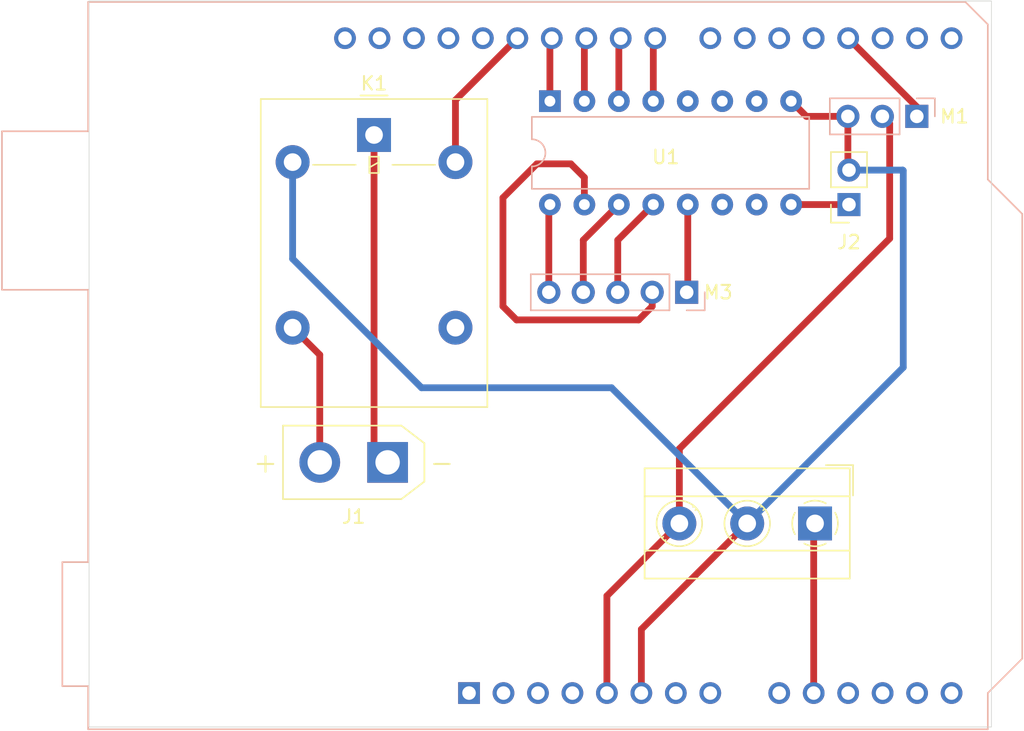
<source format=kicad_pcb>
(kicad_pcb (version 20240108) (generator "pcbnew") (generator_version "8.0")
  (layers (0 "F.Cu" signal) (31 "B.Cu" signal) (34 "B.Paste" user) (35 "F.Paste" user) (36 "B.SilkS" user "B.Silkscreen") (37 "F.SilkS" user "F.Silkscreen") (38 "B.Mask" user) (39 "F.Mask" user) (44 "Edge.Cuts" user))
  (net 0 "")
  (net 7 "/5V")
  (net 20 "/GND")
  (net 25 "Net-(J1-Pin_2)")
  (net 26 "Net-(J1-Pin_1)")
  (net 27 "/B")
  (net 28 "/Y")
  (net 29 "/R")
  (net 30 "/O")
  (net 31 "/P")
  (net 37 "Net-(A1-D11)")
  (net 38 "/Servopwm")
  (net 39 "Net-(A1-D9)")
  (net 40 "Net-(A1-D10)")
  (net 41 "Net-(A1-D8)")
  (net 42 "/5VSTEP")
  (net 43 "/A1")
  (net 46 "/D12")
  (footprint "Connector_AMASS:AMASS_XT30UPB-M_1x02_P5.0mm_Vertical" (layer "F.Cu") (at 135 95 180)
    (property "Reference" "J1" (at 2.5 -4 180) (layer "F.SilkS"))
    (property "Value" "MOTOR Enable Relay" (hide yes))
    (fp_line (start 7.71 -2.71) (end 7.71 2.71) (stroke (width 0.12)) (layer "F.SilkS"))
    (fp_line (start -1.01 2.71) (end 7.71 2.71) (stroke (width 0.12)) (layer "F.SilkS"))
    (fp_line (start -1.01 -2.71) (end 7.71 -2.71) (stroke (width 0.12)) (layer "F.SilkS"))
    (fp_line (start -2.71 1.41) (end -1.01 2.71) (stroke (width 0.12)) (layer "F.SilkS"))
    (fp_line (start -2.71 -1.41) (end -1.01 -2.71) (stroke (width 0.12)) (layer "F.SilkS"))
    (fp_line (start -2.71 -1.41) (end -2.71 1.41) (stroke (width 0.12)) (layer "F.SilkS"))
    (fp_text user "+" (at 9 0 180) (layer "F.SilkS") (effects (font (size 1.5 1.5))))
    (fp_text user "-" (at -4 0 180) (layer "F.SilkS") (effects (font (size 1.5 1.5))))
    (pad "1" thru_hole rect (at 0 0 180) (size 3 3) (drill 1.8) (layers "*.Cu" "*.Mask") (net 26 "Net-(J1-Pin_1)"))
    (pad "2" thru_hole circle (at 5 0 180) (size 3 3) (drill 1.8) (layers "*.Cu" "*.Mask") (net 25 "Net-(J1-Pin_2)"))
  )
  (footprint "TerminalBlock_MetzConnect:TerminalBlock_MetzConnect_Type055_RT01503HDWU_1x03_P5.00mm_Horizontal" (layer "F.Cu") (at 166.5 99.5 180)
    (property "Reference" "J3" (hide yes))
    (property "Value" "Analog Sensor A GND VCC" (hide yes))
    (fp_line (start 12.56 -4.06) (end 12.56 4.06) (stroke (width 0.12)) (layer "F.SilkS"))
    (fp_line (start 11.275 -1.069) (end 11.181 -0.976) (stroke (width 0.12)) (layer "F.SilkS"))
    (fp_line (start 11.07 -1.275) (end 11.011 -1.216) (stroke (width 0.12)) (layer "F.SilkS"))
    (fp_line (start 8.99 1.216) (end 8.931 1.274) (stroke (width 0.12)) (layer "F.SilkS"))
    (fp_line (start 8.82 0.976) (end 8.726 1.069) (stroke (width 0.12)) (layer "F.SilkS"))
    (fp_line (start 6.275 -1.069) (end 6.181 -0.976) (stroke (width 0.12)) (layer "F.SilkS"))
    (fp_line (start 6.07 -1.275) (end 6.011 -1.216) (stroke (width 0.12)) (layer "F.SilkS"))
    (fp_line (start 3.99 1.216) (end 3.931 1.274) (stroke (width 0.12)) (layer "F.SilkS"))
    (fp_line (start 3.82 0.976) (end 3.726 1.069) (stroke (width 0.12)) (layer "F.SilkS"))
    (fp_line (start -2.56 4.06) (end 12.56 4.06) (stroke (width 0.12)) (layer "F.SilkS"))
    (fp_line (start -2.56 2) (end 12.56 2) (stroke (width 0.12)) (layer "F.SilkS"))
    (fp_line (start -2.56 -2) (end 12.56 -2) (stroke (width 0.12)) (layer "F.SilkS"))
    (fp_line (start -2.56 -4.06) (end 12.56 -4.06) (stroke (width 0.12)) (layer "F.SilkS"))
    (fp_line (start -2.56 -4.06) (end -2.56 4.06) (stroke (width 0.12)) (layer "F.SilkS"))
    (fp_line (start -2.8 4.3) (end -0.8 4.3) (stroke (width 0.12)) (layer "F.SilkS"))
    (fp_line (start -2.8 2.06) (end -2.8 4.3) (stroke (width 0.12)) (layer "F.SilkS"))
    (fp_arc (start 1.483953 -0.789089) (mid 1.680708 -0.00005) (end 1.484 0.789) (stroke (width 0.12)) (layer "F.SilkS"))
    (fp_arc (start 0.788712 1.483352) (mid 0.406429 1.630097) (end 0 1.68) (stroke (width 0.12)) (layer "F.SilkS"))
    (fp_arc (start 0.029383 1.68045) (mid -0.392304 1.634281) (end -0.789 1.484) (stroke (width 0.12)) (layer "F.SilkS"))
    (fp_arc (start -0.789089 -1.483953) (mid -0.00005 -1.680708) (end 0.789 -1.484) (stroke (width 0.12)) (layer "F.SilkS"))
    (fp_arc (start -1.483953 0.789089) (mid -1.680708 0.00005) (end -1.484 -0.789) (stroke (width 0.12)) (layer "F.SilkS"))
    (fp_circle (center 10 0) (end 11.68 0) (stroke (width 0.12)) (fill none) (layer "F.SilkS"))
    (fp_circle (center 5 0) (end 6.68 0) (stroke (width 0.12)) (fill none) (layer "F.SilkS"))
    (pad "1" thru_hole rect (at 0 0 180) (size 2.5 2.5) (drill 1.3) (layers "*.Cu" "*.Mask") (net 43 "/A1"))
    (pad "2" thru_hole circle (at 5 0 180) (size 2.5 2.5) (drill 1.3) (layers "*.Cu" "*.Mask") (net 20 "/GND"))
    (pad "3" thru_hole circle (at 10 0 180) (size 2.5 2.5) (drill 1.3) (layers "*.Cu" "*.Mask") (net 7 "/5V"))
  )
  (footprint "Relay_THT:Relay_SPDT_Omron-G5LE-1" (layer "F.Cu") (at 134 70.8725)
    (property "Reference" "K1" (at 0 -3.8 0) (layer "F.SilkS"))
    (property "Value" "G5LE-1" (hide yes))
    (fp_line (start -8.35 -2.65) (end -8.35 20.05) (stroke (width 0.12)) (layer "F.SilkS"))
    (fp_line (start -8.35 20.05) (end 8.35 20.05) (stroke (width 0.12)) (layer "F.SilkS"))
    (fp_line (start -4.5 2.2) (end -1.35 2.2) (stroke (width 0.12)) (layer "F.SilkS"))
    (fp_line (start -1 -2.91) (end 1 -2.91) (stroke (width 0.12)) (layer "F.SilkS"))
    (fp_line (start -0.35 1.6) (end -0.35 2.8) (stroke (width 0.12)) (layer "F.SilkS"))
    (fp_line (start -0.35 2.4) (end 0.35 2) (stroke (width 0.12)) (layer "F.SilkS"))
    (fp_line (start -0.35 2.8) (end 0.35 2.8) (stroke (width 0.12)) (layer "F.SilkS"))
    (fp_line (start 0.35 1.6) (end -0.35 1.6) (stroke (width 0.12)) (layer "F.SilkS"))
    (fp_line (start 0.35 2.8) (end 0.35 1.6) (stroke (width 0.12)) (layer "F.SilkS"))
    (fp_line (start 1.35 2.2) (end 4.5 2.2) (stroke (width 0.12)) (layer "F.SilkS"))
    (fp_line (start 8.35 -2.65) (end -8.35 -2.65) (stroke (width 0.12)) (layer "F.SilkS"))
    (fp_line (start 8.35 20.05) (end 8.35 -2.65) (stroke (width 0.12)) (layer "F.SilkS"))
    (pad "1" thru_hole rect (at 0 0) (size 2.5 2.5) (drill 1.3) (layers "*.Cu" "*.Mask") (net 26 "Net-(J1-Pin_1)"))
    (pad "2" thru_hole oval (at -6 2) (size 2.5 2.5) (drill 1.3) (layers "*.Cu" "*.Mask") (net 20 "/GND"))
    (pad "3" thru_hole oval (at -6 14.2) (size 2.5 2.5) (drill 1.3) (layers "*.Cu" "*.Mask") (net 25 "Net-(J1-Pin_2)"))
    (pad "4" thru_hole oval (at 6 14.2) (size 2.5 2.5) (drill 1.3) (layers "*.Cu" "*.Mask"))
    (pad "5" thru_hole oval (at 6 2) (size 2.5 2.5) (drill 1.3) (layers "*.Cu" "*.Mask") (net 46 "/D12"))
  )
  (footprint "Connector_PinSocket_2.54mm:PinSocket_1x02_P2.54mm_Vertical" (layer "F.Cu") (at 169 76 180)
    (property "Reference" "J2" (at 0 -2.77 180) (layer "F.SilkS"))
    (property "Value" "Conn_01x02_Pin" (hide yes))
    (fp_line (start 1.33 1.27) (end 1.33 3.87) (stroke (width 0.12)) (layer "F.SilkS"))
    (fp_line (start 1.33 -1.33) (end 1.33 0) (stroke (width 0.12)) (layer "F.SilkS"))
    (fp_line (start 0 -1.33) (end 1.33 -1.33) (stroke (width 0.12)) (layer "F.SilkS"))
    (fp_line (start -1.33 3.87) (end 1.33 3.87) (stroke (width 0.12)) (layer "F.SilkS"))
    (fp_line (start -1.33 1.27) (end 1.33 1.27) (stroke (width 0.12)) (layer "F.SilkS"))
    (fp_line (start -1.33 1.27) (end -1.33 3.87) (stroke (width 0.12)) (layer "F.SilkS"))
    (pad "1" thru_hole rect (at 0 0 180) (size 1.7 1.7) (drill 1) (layers "*.Cu" "*.Mask") (net 42 "/5VSTEP"))
    (pad "2" thru_hole oval (at 0 2.54 180) (size 1.7 1.7) (drill 1) (layers "*.Cu" "*.Mask") (net 20 "/GND"))
  )
  (footprint "Connector_PinSocket_2.54mm:PinSocket_1x03_P2.54mm_Vertical" (layer "B.Cu") (at 174 69.5 90)
    (property "Reference" "M1" (at 0 2.77 0) (layer "F.SilkS"))
    (property "Value" "Motor_Servo")
    (fp_line (start 1.33 -6.41) (end -1.33 -6.41) (stroke (width 0.12)) (layer "B.SilkS"))
    (fp_line (start 1.33 -6.41) (end 1.33 -1.27) (stroke (width 0.12)) (layer "B.SilkS"))
    (fp_line (start -1.33 -6.41) (end -1.33 -1.27) (stroke (width 0.12)) (layer "B.SilkS"))
    (fp_line (start 1.33 -1.27) (end -1.33 -1.27) (stroke (width 0.12)) (layer "B.SilkS"))
    (fp_line (start 1.33 0) (end 1.33 1.33) (stroke (width 0.12)) (layer "B.SilkS"))
    (fp_line (start 1.33 1.33) (end 0 1.33) (stroke (width 0.12)) (layer "B.SilkS"))
    (pad "1" thru_hole rect (at 0 0 90) (size 1.7 1.7) (drill 1) (layers "*.Cu" "*.Mask") (net 38 "/Servopwm"))
    (pad "2" thru_hole oval (at 0 -2.54 90) (size 1.7 1.7) (drill 1) (layers "*.Cu" "*.Mask") (net 7 "/5V"))
    (pad "3" thru_hole oval (at 0 -5.08 90) (size 1.7 1.7) (drill 1) (layers "*.Cu" "*.Mask") (net 20 "/GND"))
  )
  (footprint "Connector_PinHeader_2.54mm:PinHeader_1x05_P2.54mm_Vertical" (layer "B.Cu") (at 157.04 82.465 90)
    (property "Reference" "M3" (at 0 2.33 0) (layer "F.SilkS"))
    (property "Value" "Stepper_Motor_unipolar_5pin")
    (fp_line (start 1.33 -11.49) (end -1.33 -11.49) (stroke (width 0.12)) (layer "B.SilkS"))
    (fp_line (start 1.33 -11.49) (end 1.33 -1.27) (stroke (width 0.12)) (layer "B.SilkS"))
    (fp_line (start -1.33 -11.49) (end -1.33 -1.27) (stroke (width 0.12)) (layer "B.SilkS"))
    (fp_line (start 1.33 -1.27) (end -1.33 -1.27) (stroke (width 0.12)) (layer "B.SilkS"))
    (fp_line (start 0 1.33) (end -1.33 1.33) (stroke (width 0.12)) (layer "B.SilkS"))
    (fp_line (start -1.33 1.33) (end -1.33 0) (stroke (width 0.12)) (layer "B.SilkS"))
    (pad "1" thru_hole rect (at 0 0 90) (size 1.7 1.7) (drill 1) (layers "*.Cu" "*.Mask") (net 29 "/R"))
    (pad "2" thru_hole oval (at 0 -2.54 90) (size 1.7 1.7) (drill 1) (layers "*.Cu" "*.Mask") (net 31 "/P"))
    (pad "3" thru_hole oval (at 0 -5.08 90) (size 1.7 1.7) (drill 1) (layers "*.Cu" "*.Mask") (net 30 "/O"))
    (pad "4" thru_hole oval (at 0 -7.62 90) (size 1.7 1.7) (drill 1) (layers "*.Cu" "*.Mask") (net 28 "/Y"))
    (pad "5" thru_hole oval (at 0 -10.16 90) (size 1.7 1.7) (drill 1) (layers "*.Cu" "*.Mask") (net 27 "/B"))
  )
  (footprint "Package_DIP:DIP-16_W7.62mm" (layer "B.Cu") (at 146.96 68.38 -90)
    (property "Reference" "U1" (at 4.12 -8.54 180) (layer "F.SilkS"))
    (property "Value" "ULN2003A" (hide yes))
    (fp_line (start 1.16 1.33) (end 2.81 1.33) (stroke (width 0.12)) (layer "B.SilkS"))
    (fp_line (start 4.81 1.33) (end 6.46 1.33) (stroke (width 0.12)) (layer "B.SilkS"))
    (fp_line (start 6.46 1.33) (end 6.46 -19.11) (stroke (width 0.12)) (layer "B.SilkS"))
    (fp_line (start 1.16 -19.11) (end 1.16 1.33) (stroke (width 0.12)) (layer "B.SilkS"))
    (fp_line (start 6.46 -19.11) (end 1.16 -19.11) (stroke (width 0.12)) (layer "B.SilkS"))
    (fp_arc (start 2.81 1.33) (mid 3.81 0.33) (end 4.81 1.33) (stroke (width 0.12)) (layer "B.SilkS"))
    (pad "1" thru_hole rect (at 0 0 270) (size 1.6 1.6) (drill 0.8) (layers "*.Cu" "*.Mask") (net 37 "Net-(A1-D11)"))
    (pad "2" thru_hole oval (at 0 -2.54 270) (size 1.6 1.6) (drill 0.8) (layers "*.Cu" "*.Mask") (net 40 "Net-(A1-D10)"))
    (pad "3" thru_hole oval (at 0 -5.08 270) (size 1.6 1.6) (drill 0.8) (layers "*.Cu" "*.Mask") (net 39 "Net-(A1-D9)"))
    (pad "4" thru_hole oval (at 0 -7.62 270) (size 1.6 1.6) (drill 0.8) (layers "*.Cu" "*.Mask") (net 41 "Net-(A1-D8)"))
    (pad "5" thru_hole oval (at 0 -10.16 270) (size 1.6 1.6) (drill 0.8) (layers "*.Cu" "*.Mask"))
    (pad "6" thru_hole oval (at 0 -12.7 270) (size 1.6 1.6) (drill 0.8) (layers "*.Cu" "*.Mask"))
    (pad "7" thru_hole oval (at 0 -15.24 270) (size 1.6 1.6) (drill 0.8) (layers "*.Cu" "*.Mask"))
    (pad "8" thru_hole oval (at 0 -17.78 270) (size 1.6 1.6) (drill 0.8) (layers "*.Cu" "*.Mask") (net 20 "/GND"))
    (pad "9" thru_hole oval (at 7.62 -17.78 270) (size 1.6 1.6) (drill 0.8) (layers "*.Cu" "*.Mask") (net 42 "/5VSTEP"))
    (pad "10" thru_hole oval (at 7.62 -15.24 270) (size 1.6 1.6) (drill 0.8) (layers "*.Cu" "*.Mask"))
    (pad "11" thru_hole oval (at 7.62 -12.7 270) (size 1.6 1.6) (drill 0.8) (layers "*.Cu" "*.Mask"))
    (pad "12" thru_hole oval (at 7.62 -10.16 270) (size 1.6 1.6) (drill 0.8) (layers "*.Cu" "*.Mask") (net 29 "/R"))
    (pad "13" thru_hole oval (at 7.62 -7.62 270) (size 1.6 1.6) (drill 0.8) (layers "*.Cu" "*.Mask") (net 30 "/O"))
    (pad "14" thru_hole oval (at 7.62 -5.08 270) (size 1.6 1.6) (drill 0.8) (layers "*.Cu" "*.Mask") (net 28 "/Y"))
    (pad "15" thru_hole oval (at 7.62 -2.54 270) (size 1.6 1.6) (drill 0.8) (layers "*.Cu" "*.Mask") (net 31 "/P"))
    (pad "16" thru_hole oval (at 7.62 0 270) (size 1.6 1.6) (drill 0.8) (layers "*.Cu" "*.Mask") (net 27 "/B"))
  )
  (footprint "Module:Arduino_UNO_R3" (layer "B.Cu") (at 141 112)
    (property "Reference" "A1" (hide yes))
    (property "Value" "Arduino_UNO_R3")
    (fp_line (start -34.42 -41.4) (end -34.42 -29.72) (stroke (width 0.12)) (layer "B.SilkS"))
    (fp_line (start -34.42 -29.72) (end -28.07 -29.72) (stroke (width 0.12)) (layer "B.SilkS"))
    (fp_line (start -29.97 -9.65) (end -29.97 -0.51) (stroke (width 0.12)) (layer "B.SilkS"))
    (fp_line (start -29.97 -0.51) (end -28.07 -0.51) (stroke (width 0.12)) (layer "B.SilkS"))
    (fp_line (start -28.07 -50.93) (end -28.07 -41.4) (stroke (width 0.12)) (layer "B.SilkS"))
    (fp_line (start -28.07 -41.4) (end -34.42 -41.4) (stroke (width 0.12)) (layer "B.SilkS"))
    (fp_line (start -28.07 -29.72) (end -28.07 -9.65) (stroke (width 0.12)) (layer "B.SilkS"))
    (fp_line (start -28.07 -9.65) (end -29.97 -9.65) (stroke (width 0.12)) (layer "B.SilkS"))
    (fp_line (start -28.07 -0.51) (end -28.07 2.67) (stroke (width 0.12)) (layer "B.SilkS"))
    (fp_line (start -28.07 2.67) (end 38.23 2.67) (stroke (width 0.12)) (layer "B.SilkS"))
    (fp_line (start 36.58 -50.93) (end -28.07 -50.93) (stroke (width 0.12)) (layer "B.SilkS"))
    (fp_line (start 38.23 -49.28) (end 36.58 -50.93) (stroke (width 0.12)) (layer "B.SilkS"))
    (fp_line (start 38.23 -37.85) (end 38.23 -49.28) (stroke (width 0.12)) (layer "B.SilkS"))
    (fp_line (start 38.23 0) (end 40.77 -2.54) (stroke (width 0.12)) (layer "B.SilkS"))
    (fp_line (start 38.23 2.67) (end 38.23 0) (stroke (width 0.12)) (layer "B.SilkS"))
    (fp_line (start 40.77 -35.31) (end 38.23 -37.85) (stroke (width 0.12)) (layer "B.SilkS"))
    (fp_line (start 40.77 -2.54) (end 40.77 -35.31) (stroke (width 0.12)) (layer "B.SilkS"))
    (pad "1" thru_hole rect (at 0 0 270) (size 1.6 1.6) (drill 1) (layers "*.Cu" "*.Mask"))
    (pad "2" thru_hole oval (at 2.54 0 270) (size 1.6 1.6) (drill 1) (layers "*.Cu" "*.Mask"))
    (pad "3" thru_hole oval (at 5.08 0 270) (size 1.6 1.6) (drill 1) (layers "*.Cu" "*.Mask"))
    (pad "4" thru_hole oval (at 7.62 0 270) (size 1.6 1.6) (drill 1) (layers "*.Cu" "*.Mask"))
    (pad "5" thru_hole oval (at 10.16 0 270) (size 1.6 1.6) (drill 1) (layers "*.Cu" "*.Mask") (net 7 "/5V"))
    (pad "6" thru_hole oval (at 12.7 0 270) (size 1.6 1.6) (drill 1) (layers "*.Cu" "*.Mask") (net 20 "/GND"))
    (pad "7" thru_hole oval (at 15.24 0 270) (size 1.6 1.6) (drill 1) (layers "*.Cu" "*.Mask"))
    (pad "8" thru_hole oval (at 17.78 0 270) (size 1.6 1.6) (drill 1) (layers "*.Cu" "*.Mask"))
    (pad "9" thru_hole oval (at 22.86 0 270) (size 1.6 1.6) (drill 1) (layers "*.Cu" "*.Mask"))
    (pad "10" thru_hole oval (at 25.4 0 270) (size 1.6 1.6) (drill 1) (layers "*.Cu" "*.Mask") (net 43 "/A1"))
    (pad "11" thru_hole oval (at 27.94 0 270) (size 1.6 1.6) (drill 1) (layers "*.Cu" "*.Mask"))
    (pad "12" thru_hole oval (at 30.48 0 270) (size 1.6 1.6) (drill 1) (layers "*.Cu" "*.Mask"))
    (pad "13" thru_hole oval (at 33.02 0 270) (size 1.6 1.6) (drill 1) (layers "*.Cu" "*.Mask"))
    (pad "14" thru_hole oval (at 35.56 0 270) (size 1.6 1.6) (drill 1) (layers "*.Cu" "*.Mask"))
    (pad "15" thru_hole oval (at 35.56 -48.26 270) (size 1.6 1.6) (drill 1) (layers "*.Cu" "*.Mask"))
    (pad "16" thru_hole oval (at 33.02 -48.26 270) (size 1.6 1.6) (drill 1) (layers "*.Cu" "*.Mask"))
    (pad "17" thru_hole oval (at 30.48 -48.26 270) (size 1.6 1.6) (drill 1) (layers "*.Cu" "*.Mask"))
    (pad "18" thru_hole oval (at 27.94 -48.26 270) (size 1.6 1.6) (drill 1) (layers "*.Cu" "*.Mask") (net 38 "/Servopwm"))
    (pad "19" thru_hole oval (at 25.4 -48.26 270) (size 1.6 1.6) (drill 1) (layers "*.Cu" "*.Mask"))
    (pad "20" thru_hole oval (at 22.86 -48.26 270) (size 1.6 1.6) (drill 1) (layers "*.Cu" "*.Mask"))
    (pad "21" thru_hole oval (at 20.32 -48.26 270) (size 1.6 1.6) (drill 1) (layers "*.Cu" "*.Mask"))
    (pad "22" thru_hole oval (at 17.78 -48.26 270) (size 1.6 1.6) (drill 1) (layers "*.Cu" "*.Mask"))
    (pad "23" thru_hole oval (at 13.72 -48.26 270) (size 1.6 1.6) (drill 1) (layers "*.Cu" "*.Mask") (net 41 "Net-(A1-D8)"))
    (pad "24" thru_hole oval (at 11.18 -48.26 270) (size 1.6 1.6) (drill 1) (layers "*.Cu" "*.Mask") (net 39 "Net-(A1-D9)"))
    (pad "25" thru_hole oval (at 8.64 -48.26 270) (size 1.6 1.6) (drill 1) (layers "*.Cu" "*.Mask") (net 40 "Net-(A1-D10)"))
    (pad "26" thru_hole oval (at 6.1 -48.26 270) (size 1.6 1.6) (drill 1) (layers "*.Cu" "*.Mask") (net 37 "Net-(A1-D11)"))
    (pad "27" thru_hole oval (at 3.56 -48.26 270) (size 1.6 1.6) (drill 1) (layers "*.Cu" "*.Mask") (net 46 "/D12"))
    (pad "28" thru_hole oval (at 1.02 -48.26 270) (size 1.6 1.6) (drill 1) (layers "*.Cu" "*.Mask"))
    (pad "29" thru_hole oval (at -1.52 -48.26 270) (size 1.6 1.6) (drill 1) (layers "*.Cu" "*.Mask"))
    (pad "30" thru_hole oval (at -4.06 -48.26 270) (size 1.6 1.6) (drill 1) (layers "*.Cu" "*.Mask"))
    (pad "31" thru_hole oval (at -6.6 -48.26 270) (size 1.6 1.6) (drill 1) (layers "*.Cu" "*.Mask"))
    (pad "32" thru_hole oval (at -9.14 -48.26 270) (size 1.6 1.6) (drill 1) (layers "*.Cu" "*.Mask"))
  )
  (gr_rect (start 113 61) (end 179.5 114.5) (stroke (width 0.05)) (fill none) (layer "Edge.Cuts"))
  (segment (start 172 78.5) (end 172 70.04) (width 0.5) (layer "F.Cu") (net 7))
  (segment (start 156.5 94) (end 172 78.5) (width 0.5) (layer "F.Cu") (net 7))
  (segment (start 151.16 104.84) (end 156.5 99.5) (width 0.5) (layer "F.Cu") (net 7))
  (segment (start 151.16 112) (end 151.16 104.84) (width 0.5) (layer "F.Cu") (net 7))
  (segment (start 172 70.04) (end 171.46 69.5) (width 0.5) (layer "F.Cu") (net 7))
  (segment (start 156.5 99.5) (end 156.5 94) (width 0.5) (layer "F.Cu") (net 7))
  (segment (start 168.92 69.5) (end 165.86 69.5) (width 0.5) (layer "F.Cu") (net 20))
  (segment (start 168.92 69.5) (end 168.92 73.38) (width 0.5) (layer "F.Cu") (net 20))
  (segment (start 165.86 69.5) (end 164.74 68.38) (width 0.5) (layer "F.Cu") (net 20))
  (segment (start 153.7 107.3) (end 161.5 99.5) (width 0.5) (layer "F.Cu") (net 20))
  (segment (start 153.7 112) (end 153.7 107.3) (width 0.5) (layer "F.Cu") (net 20))
  (segment (start 169 69.58) (end 168.92 69.5) (width 0.5) (layer "F.Cu") (net 20))
  (segment (start 168.92 73.38) (end 169 73.46) (width 0.5) (layer "F.Cu") (net 20))
  (segment (start 169 73.46) (end 172.96 73.46) (width 0.5) (layer "B.Cu") (net 20))
  (segment (start 151.5 89.5) (end 161.5 99.5) (width 0.5) (layer "B.Cu") (net 20))
  (segment (start 173 73.5) (end 173 88) (width 0.5) (layer "B.Cu") (net 20))
  (segment (start 172.96 73.46) (end 173 73.5) (width 0.5) (layer "B.Cu") (net 20))
  (segment (start 128 72.8725) (end 128 80) (width 0.5) (layer "B.Cu") (net 20))
  (segment (start 137.5 89.5) (end 151.5 89.5) (width 0.5) (layer "B.Cu") (net 20))
  (segment (start 128 80) (end 137.5 89.5) (width 0.5) (layer "B.Cu") (net 20))
  (segment (start 173 88) (end 161.5 99.5) (width 0.5) (layer "B.Cu") (net 20))
  (segment (start 130 95) (end 130 87.0725) (width 0.5) (layer "F.Cu") (net 25))
  (segment (start 130 87.0725) (end 128 85.0725) (width 0.5) (layer "F.Cu") (net 25))
  (segment (start 134 94) (end 135 95) (width 0.5) (layer "F.Cu") (net 26))
  (segment (start 134 70.8725) (end 134 94) (width 0.5) (layer "F.Cu") (net 26))
  (segment (start 146.88 82.465) (end 146.88 76.08) (width 0.5) (layer "F.Cu") (net 27))
  (segment (start 146.88 76.08) (end 146.96 76) (width 0.5) (layer "F.Cu") (net 27))
  (segment (start 149.42 78.62) (end 152.04 76) (width 0.5) (layer "F.Cu") (net 28))
  (segment (start 149.42 82.465) (end 149.42 78.62) (width 0.5) (layer "F.Cu") (net 28))
  (segment (start 157.12 82.385) (end 157.04 82.465) (width 0.5) (layer "F.Cu") (net 29))
  (segment (start 157.12 76) (end 157.12 82.385) (width 0.5) (layer "F.Cu") (net 29))
  (segment (start 151.96 82.465) (end 151.96 78.62) (width 0.5) (layer "F.Cu") (net 30))
  (segment (start 151.96 78.62) (end 154.58 76) (width 0.5) (layer "F.Cu") (net 30))
  (segment (start 146 73) (end 148.5 73) (width 0.5) (layer "F.Cu") (net 31))
  (segment (start 154.5 83.5) (end 153.5 84.5) (width 0.5) (layer "F.Cu") (net 31))
  (segment (start 143.5 83.5) (end 143.5 75.5) (width 0.5) (layer "F.Cu") (net 31))
  (segment (start 153.5 84.5) (end 144.5 84.5) (width 0.5) (layer "F.Cu") (net 31))
  (segment (start 144.5 84.5) (end 143.5 83.5) (width 0.5) (layer "F.Cu") (net 31))
  (segment (start 149.5 74) (end 149.5 76) (width 0.5) (layer "F.Cu") (net 31))
  (segment (start 148.5 73) (end 149.5 74) (width 0.5) (layer "F.Cu") (net 31))
  (segment (start 154.5 82.465) (end 154.5 83.5) (width 0.5) (layer "F.Cu") (net 31))
  (segment (start 143.5 75.5) (end 146 73) (width 0.5) (layer "F.Cu") (net 31))
  (segment (start 146.96 63.88) (end 147.1 63.74) (width 0.5) (layer "F.Cu") (net 37))
  (segment (start 146.96 68.38) (end 146.96 63.88) (width 0.5) (layer "F.Cu") (net 37))
  (segment (start 174 69.5) (end 174 68.8) (width 0.5) (layer "F.Cu") (net 38))
  (segment (start 174 68.8) (end 168.94 63.74) (width 0.5) (layer "F.Cu") (net 38))
  (segment (start 152.04 63.88) (end 152.18 63.74) (width 0.5) (layer "F.Cu") (net 39))
  (segment (start 152.04 68.38) (end 152.04 63.88) (width 0.5) (layer "F.Cu") (net 39))
  (segment (start 149.5 68.38) (end 149.5 63.88) (width 0.5) (layer "F.Cu") (net 40))
  (segment (start 149.5 63.88) (end 149.64 63.74) (width 0.5) (layer "F.Cu") (net 40))
  (segment (start 154.58 63.88) (end 154.72 63.74) (width 0.5) (layer "F.Cu") (net 41))
  (segment (start 154.58 68.38) (end 154.58 63.88) (width 0.5) (layer "F.Cu") (net 41))
  (segment (start 169 76) (end 164.74 76) (width 0.5) (layer "F.Cu") (net 42))
  (segment (start 166.4 112) (end 166.4 99.6) (width 0.5) (layer "F.Cu") (net 43))
  (segment (start 166.4 99.6) (end 166.5 99.5) (width 0.5) (layer "F.Cu") (net 43))
  (segment (start 140 68.3) (end 144.56 63.74) (width 0.5) (layer "F.Cu") (net 46))
  (segment (start 140 72.8725) (end 140 68.3) (width 0.5) (layer "F.Cu") (net 46))
)
</source>
